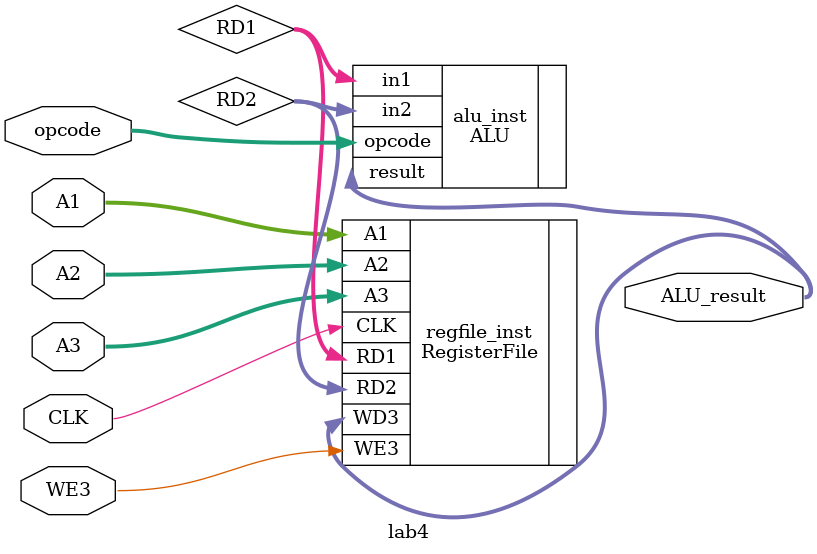
<source format=v>
`timescale 1ns / 1ps

module lab4 (
    input wire CLK,
    input wire WE3,
    input wire [4:0] A1, A2, A3,
    input wire [1:0] opcode,
    output wire [31:0] ALU_result
);

    wire [31:0] RD1, RD2;

    // Register File instance
    RegisterFile regfile_inst (
        .CLK(CLK),
        .WE3(WE3),
        .A1(A1),
        .A2(A2),
        .A3(A3),
        .WD3(ALU_result),
        .RD1(RD1),
        .RD2(RD2)
    );

    // ALU instance
    ALU alu_inst (
        .opcode(opcode),
        .in1(RD1),
        .in2(RD2),
        .result(ALU_result)
    );

endmodule
</source>
